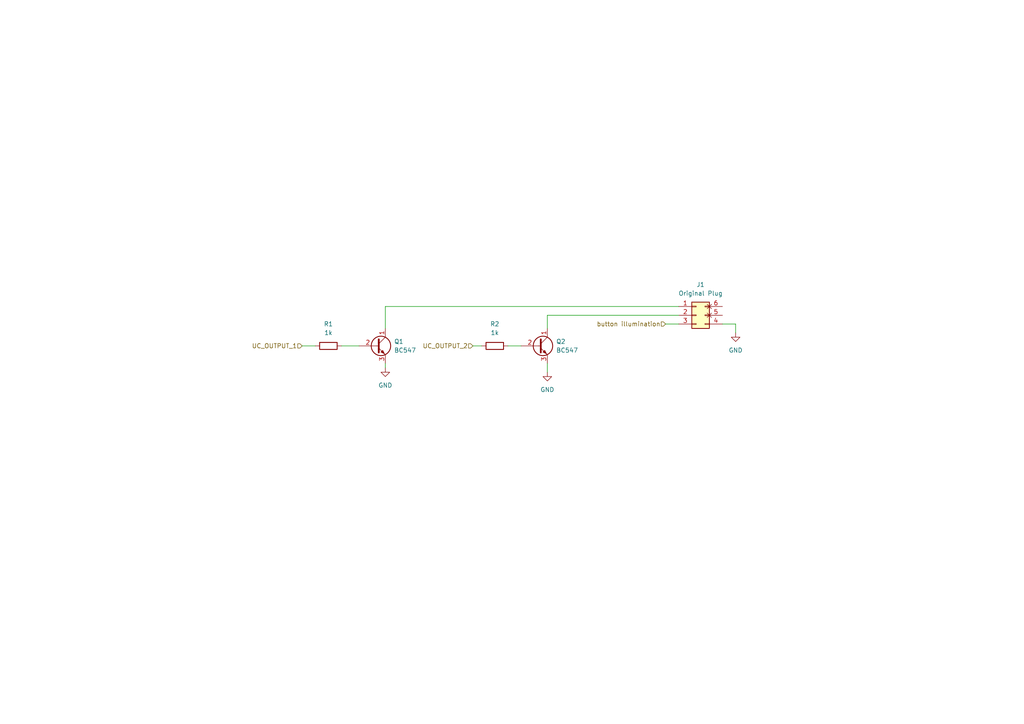
<source format=kicad_sch>
(kicad_sch (version 20231120) (generator "eeschema") (generator_version "8.0")
  (paper "A4")
  (lib_symbols
    (symbol "Conn_02x03_Counter_Clockwise_1" (pin_names (offset 1.016) hide)
      (property "Reference" "J7" (at 1.27 8.89 0))
      (property "Value" "Conn_02x03_Counter_Clockwise" (at 1.27 6.35 0))
      (symbol "Conn_02x03_Counter_Clockwise_1_1_1"
        (rectangle (start -1.27 -2.413) (end 0 -2.667) (stroke (width 0.1524)))
        (rectangle (start -1.27 0.127) (end 0 -0.127) (stroke (width 0.1524)))
        (rectangle (start -1.27 2.667) (end 0 2.413) (stroke (width 0.1524)))
        (rectangle (start -1.27 3.81) (end 3.81 -3.81) (stroke (width 0.254)) (fill (type background)))
        (rectangle (start 3.81 -2.413) (end 2.54 -2.667) (stroke (width 0.1524)))
        (rectangle (start 3.81 0.127) (end 2.54 -0.127) (stroke (width 0.1524)))
        (rectangle (start 3.81 2.667) (end 2.54 2.413) (stroke (width 0.1524)))
        (pin passive line (at -5.08 2.54 0) (length 3.81) (name "Pin_1") (number "1"))
        (pin passive line (at -5.08 0 0) (length 3.81) (name "Pin_2") (number "2"))
        (pin passive line (at -5.08 -2.54 0) (length 3.81) (name "Pin_3") (number "3"))
        (pin passive line (at 7.62 -2.54 180) (length 3.81) (name "Pin_4") (number "4"))
        (pin passive non_logic (at 7.62 0 180) (length 3.81) (name "Pin_5") (number "5"))
        (pin passive non_logic (at 7.62 2.54 180) (length 3.81) (name "Pin_6") (number "6"))
      )
    )
    (symbol "Device:R" (pin_numbers hide) (pin_names (offset 0))
      (property "Reference" "R" (at 2.032 0 90))
      (property "Value" "R" (at 0 0 90))
      (symbol "R_0_1"
        (rectangle (start -1.016 -2.54) (end 1.016 2.54) (stroke (width 0.254)))
      )
      (symbol "R_1_1"
        (pin passive line (at 0 3.81 270) (length 1.27) (name "~") (number "1"))
        (pin passive line (at 0 -3.81 90) (length 1.27) (name "~") (number "2"))
      )
    )
    (symbol "Transistor_BJT:BC547" (pin_names (offset 0) hide)
      (property "Reference" "Q" (at 5.08 1.905 0))
      (property "Value" "BC547" (at 5.08 0 0))
      (symbol "BC547_0_1"
        (polyline (pts (xy 0 0) (xy 0.635 0)))
        (polyline (pts (xy 0.635 0.635) (xy 2.54 2.54)))
        (polyline (pts (xy 0.635 -0.635) (xy 2.54 -2.54) (xy 2.54 -2.54)))
        (polyline (pts (xy 0.635 1.905) (xy 0.635 -1.905) (xy 0.635 -1.905)) (stroke (width 0.508)))
        (polyline (pts (xy 1.27 -1.778) (xy 1.778 -1.27) (xy 2.286 -2.286) (xy 1.27 -1.778) (xy 1.27 -1.778)) (fill (type outline)))
        (circle (center 1.27 0) (radius 2.8194) (stroke (width 0.254)))
      )
      (symbol "BC547_1_1"
        (pin passive line (at 2.54 5.08 270) (length 2.54) (name "C") (number "1"))
        (pin input line (at -5.08 0 0) (length 5.08) (name "B") (number "2"))
        (pin passive line (at 2.54 -5.08 90) (length 2.54) (name "E") (number "3"))
      )
    )
    (symbol "power:GND" (power) (pin_names (offset 0))
      (property "Value" "GND" (at 0 -3.81 0))
      (symbol "GND_0_1"
        (polyline (pts (xy 0 0) (xy 0 -1.27) (xy 1.27 -1.27) (xy 0 -2.54) (xy -1.27 -1.27) (xy 0 -1.27)))
      )
      (symbol "GND_1_1"
        (pin power_in line (at 0 0 270) (length 0) hide (name "GND") (number "1"))
      )
    )
  )
  (wire (pts (xy 111.76 105.41) (xy 111.76 106.68)))
  (wire (pts (xy 111.76 88.9) (xy 111.76 95.25)))
  (wire (pts (xy 158.75 105.41) (xy 158.75 107.95)))
  (wire (pts (xy 158.75 91.44) (xy 158.75 95.25)))
  (wire (pts (xy 147.32 100.33) (xy 151.13 100.33)))
  (wire (pts (xy 87.63 100.33) (xy 91.44 100.33)))
  (wire (pts (xy 158.75 91.44) (xy 196.85 91.44)))
  (wire (pts (xy 99.06 100.33) (xy 104.14 100.33)))
  (wire (pts (xy 137.16 100.33) (xy 139.7 100.33)))
  (wire (pts (xy 111.76 88.9) (xy 196.85 88.9)))
  (wire (pts (xy 213.36 96.52) (xy 213.36 93.98)))
  (wire (pts (xy 193.04 93.98) (xy 196.85 93.98)))
  (wire (pts (xy 213.36 93.98) (xy 209.55 93.98)))
  (hierarchical_label "UC_OUTPUT_2" (shape input) (at 137.16 100.33 180))
  (hierarchical_label "button illumination" (shape input) (at 193.04 93.98 180))
  (hierarchical_label "UC_OUTPUT_1" (shape input) (at 87.63 100.33 180))
  (symbol (lib_id "Transistor_BJT:BC547") (at 109.22 100.33 0) (unit 1)
    (property "Reference" "Q1" (at 114.3 99.0599 0) (effects (justify left)))
    (property "Value" "BC547" (at 114.3 101.5999 0) (effects (justify left)))
    (property "Footprint" "Package_TO_SOT_THT:TO-92_Inline" (effects (hide yes)))
    (property "Datasheet" "https://www.onsemi.com/pub/Collateral/BC550-D.pdf" (effects (hide yes)))
    (property "Description" "0.1A Ic, 45V Vce, Small Signal NPN Transistor, TO-92" (effects (hide yes)))
  )
  (symbol (lib_id "power:GND") (at 111.76 106.68 0) (unit 1)
    (property "Reference" "#PWR011" (effects (hide yes)))
    (property "Value" "GND" (at 111.76 111.76 0))
  )
  (symbol (lib_id "power:GND") (at 158.75 107.95 0) (unit 1)
    (property "Reference" "#PWR012" (effects (hide yes)))
    (property "Value" "GND" (at 158.75 113.03 0))
  )
  (symbol (lib_id "Device:R") (at 95.25 100.33 90) (unit 1)
    (property "Reference" "R1" (at 95.25 93.98 90))
    (property "Value" "1k" (at 95.25 96.52 90))
    (property "Footprint" "Resistor_SMD:R_0805_2012Metric" (effects (hide yes)))
  )
  (symbol (lib_id "Transistor_BJT:BC547") (at 156.21 100.33 0) (unit 1)
    (property "Reference" "Q2" (at 161.29 99.0599 0) (effects (justify left)))
    (property "Value" "BC547" (at 161.29 101.5999 0) (effects (justify left)))
    (property "Footprint" "Package_TO_SOT_THT:TO-92_Inline" (effects (hide yes)))
    (property "Datasheet" "https://www.onsemi.com/pub/Collateral/BC550-D.pdf" (effects (hide yes)))
    (property "Description" "0.1A Ic, 45V Vce, Small Signal NPN Transistor, TO-92" (effects (hide yes)))
  )
  (symbol (lib_id "Device:R") (at 143.51 100.33 90) (unit 1)
    (property "Reference" "R2" (at 143.51 93.98 90))
    (property "Value" "1k" (at 143.51 96.52 90))
    (property "Footprint" "Resistor_SMD:R_0805_2012Metric" (effects (hide yes)))
  )
  (symbol (lib_id "power:GND") (at 213.36 96.52 0) (unit 1)
    (property "Reference" "#PWR013" (effects (hide yes)))
    (property "Value" "GND" (at 213.36 101.6 0))
    (property "Description" "Power symbol creates a global label with name \"GND\" , ground" (effects (hide yes)))
  )
  (symbol (lib_name "Conn_02x03_Counter_Clockwise_1") (lib_id "Connector_Generic:Conn_02x03_Counter_Clockwise") (at 201.93 91.44 0) (unit 1)
    (property "Reference" "J1" (at 203.2 82.55 0))
    (property "Value" "Original Plug" (at 203.2 85.09 0))
    (property "Footprint" "Connector_PinHeader_2.54mm:PinHeader_2x03_P2.54mm_Horizontal" (effects (hide yes)))
  )
)
</source>
